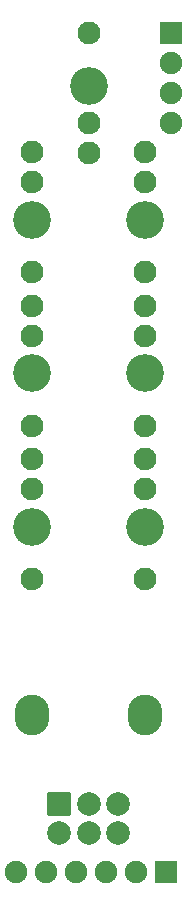
<source format=gbr>
G04 #@! TF.GenerationSoftware,KiCad,Pcbnew,(6.0.0)*
G04 #@! TF.CreationDate,2022-01-28T00:57:34+09:00*
G04 #@! TF.ProjectId,exits board B,65786974-7320-4626-9f61-726420422e6b,2.1*
G04 #@! TF.SameCoordinates,Original*
G04 #@! TF.FileFunction,Soldermask,Top*
G04 #@! TF.FilePolarity,Negative*
%FSLAX46Y46*%
G04 Gerber Fmt 4.6, Leading zero omitted, Abs format (unit mm)*
G04 Created by KiCad (PCBNEW (6.0.0)) date 2022-01-28 00:57:34*
%MOMM*%
%LPD*%
G01*
G04 APERTURE LIST*
G04 Aperture macros list*
%AMRoundRect*
0 Rectangle with rounded corners*
0 $1 Rounding radius*
0 $2 $3 $4 $5 $6 $7 $8 $9 X,Y pos of 4 corners*
0 Add a 4 corners polygon primitive as box body*
4,1,4,$2,$3,$4,$5,$6,$7,$8,$9,$2,$3,0*
0 Add four circle primitives for the rounded corners*
1,1,$1+$1,$2,$3*
1,1,$1+$1,$4,$5*
1,1,$1+$1,$6,$7*
1,1,$1+$1,$8,$9*
0 Add four rect primitives between the rounded corners*
20,1,$1+$1,$2,$3,$4,$5,0*
20,1,$1+$1,$4,$5,$6,$7,0*
20,1,$1+$1,$6,$7,$8,$9,0*
20,1,$1+$1,$8,$9,$2,$3,0*%
G04 Aperture macros list end*
%ADD10C,3.203200*%
%ADD11C,1.930400*%
%ADD12O,2.923200X3.443200*%
%ADD13RoundRect,0.101600X0.900000X0.900000X-0.900000X0.900000X-0.900000X-0.900000X0.900000X-0.900000X0*%
%ADD14C,2.003200*%
%ADD15RoundRect,0.101600X0.850000X-0.850000X0.850000X0.850000X-0.850000X0.850000X-0.850000X-0.850000X0*%
%ADD16O,1.903200X1.903200*%
%ADD17RoundRect,0.101600X0.850000X0.850000X-0.850000X0.850000X-0.850000X-0.850000X0.850000X-0.850000X0*%
G04 APERTURE END LIST*
D10*
X151750000Y-46695000D03*
D11*
X151750000Y-52410000D03*
X151750000Y-49870000D03*
X151750000Y-42250000D03*
D10*
X156500000Y-71055000D03*
D11*
X156500000Y-65340000D03*
X156500000Y-67880000D03*
X156500000Y-75500000D03*
D10*
X156500000Y-58055000D03*
D11*
X156500000Y-52340000D03*
X156500000Y-54880000D03*
X156500000Y-62500000D03*
D10*
X147000000Y-58055000D03*
D11*
X147000000Y-52340000D03*
X147000000Y-54880000D03*
X147000000Y-62500000D03*
D10*
X147000000Y-71055000D03*
D11*
X147000000Y-65340000D03*
X147000000Y-67880000D03*
X147000000Y-75500000D03*
D10*
X147000000Y-84055000D03*
D11*
X147000000Y-78340000D03*
X147000000Y-80880000D03*
X147000000Y-88500000D03*
D10*
X156500000Y-84055000D03*
D11*
X156500000Y-78340000D03*
X156500000Y-80880000D03*
X156500000Y-88500000D03*
D12*
X156500000Y-100000000D03*
X147000000Y-100000000D03*
D13*
X149250000Y-107500000D03*
D14*
X151750000Y-107500000D03*
X154250000Y-107500000D03*
X149250000Y-110000000D03*
X151750000Y-110000000D03*
X154250000Y-110000000D03*
D15*
X158280000Y-113300000D03*
D16*
X155740000Y-113300000D03*
X153200000Y-113300000D03*
X150660000Y-113300000D03*
X148120000Y-113300000D03*
X145580000Y-113300000D03*
D17*
X158750000Y-42250000D03*
D16*
X158750000Y-44790000D03*
X158750000Y-47330000D03*
X158750000Y-49870000D03*
M02*

</source>
